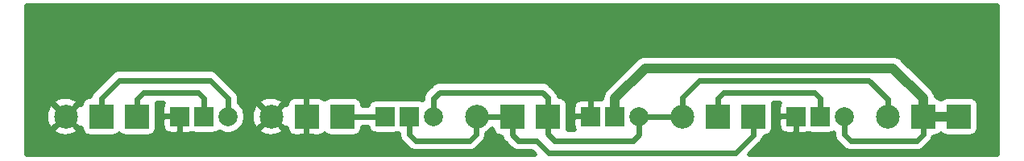
<source format=gbr>
G04 #@! TF.GenerationSoftware,KiCad,Pcbnew,5.1.6-c6e7f7d~87~ubuntu19.10.1*
G04 #@! TF.CreationDate,2022-01-09T17:17:58+06:00*
G04 #@! TF.ProjectId,fuzz_factory_r1d_r1c,66757a7a-5f66-4616-9374-6f72795f7231,MB:1D/PB:1C*
G04 #@! TF.SameCoordinates,Original*
G04 #@! TF.FileFunction,Copper,L2,Bot*
G04 #@! TF.FilePolarity,Positive*
%FSLAX46Y46*%
G04 Gerber Fmt 4.6, Leading zero omitted, Abs format (unit mm)*
G04 Created by KiCad (PCBNEW 5.1.6-c6e7f7d~87~ubuntu19.10.1) date 2022-01-09 17:17:58*
%MOMM*%
%LPD*%
G01*
G04 APERTURE LIST*
G04 #@! TA.AperFunction,ComponentPad*
%ADD10R,2.000000X2.000000*%
G04 #@! TD*
G04 #@! TA.AperFunction,ComponentPad*
%ADD11C,2.000000*%
G04 #@! TD*
G04 #@! TA.AperFunction,ComponentPad*
%ADD12R,2.500000X2.500000*%
G04 #@! TD*
G04 #@! TA.AperFunction,ComponentPad*
%ADD13C,2.500000*%
G04 #@! TD*
G04 #@! TA.AperFunction,Conductor*
%ADD14C,0.600000*%
G04 #@! TD*
G04 #@! TA.AperFunction,Conductor*
%ADD15C,1.000000*%
G04 #@! TD*
G04 #@! TA.AperFunction,Conductor*
%ADD16C,0.500000*%
G04 #@! TD*
G04 APERTURE END LIST*
D10*
X177165000Y-43180000D03*
X179705000Y-43180000D03*
D11*
X182245000Y-43180000D03*
D10*
X155575000Y-43180000D03*
X158115000Y-43180000D03*
D11*
X160655000Y-43180000D03*
D10*
X133985000Y-43180000D03*
X136525000Y-43180000D03*
D11*
X139065000Y-43180000D03*
D10*
X112395000Y-43180000D03*
X114935000Y-43180000D03*
D11*
X117475000Y-43180000D03*
D12*
X194250000Y-43180000D03*
D13*
X186750000Y-43180000D03*
D12*
X190500000Y-43180000D03*
X172660000Y-43180000D03*
D13*
X165160000Y-43180000D03*
D12*
X168910000Y-43180000D03*
X151070000Y-43180000D03*
D13*
X143570000Y-43180000D03*
D12*
X147320000Y-43180000D03*
X129480000Y-43180000D03*
D13*
X121980000Y-43180000D03*
D12*
X125730000Y-43180000D03*
X104140000Y-43180000D03*
D13*
X100390000Y-43180000D03*
D12*
X107890000Y-43180000D03*
D14*
X107890000Y-41335000D02*
X107890000Y-43180000D01*
X108585000Y-40640000D02*
X107890000Y-41335000D01*
X114935000Y-43180000D02*
X114935000Y-41275000D01*
X114300000Y-40640000D02*
X108585000Y-40640000D01*
X114935000Y-41275000D02*
X114300000Y-40640000D01*
X117475000Y-41275000D02*
X117475000Y-43180000D01*
X115570000Y-39370000D02*
X117475000Y-41275000D01*
X104140000Y-43180000D02*
X104140000Y-41275000D01*
X106045000Y-39370000D02*
X115570000Y-39370000D01*
X104140000Y-41275000D02*
X106045000Y-39370000D01*
X129480000Y-43180000D02*
X133985000Y-43180000D01*
X160655000Y-43180000D02*
X165100000Y-43180000D01*
X186750000Y-41335000D02*
X186750000Y-43180000D01*
X167005000Y-39370000D02*
X184785000Y-39370000D01*
X184785000Y-39370000D02*
X186750000Y-41335000D01*
X165160000Y-43180000D02*
X165160000Y-41215000D01*
X165160000Y-41215000D02*
X167005000Y-39370000D01*
X151070000Y-41215000D02*
X151070000Y-43180000D01*
X150495000Y-40640000D02*
X151070000Y-41215000D01*
X139700000Y-40640000D02*
X150495000Y-40640000D01*
X139065000Y-43180000D02*
X139065000Y-41275000D01*
X139065000Y-41275000D02*
X139700000Y-40640000D01*
X151765000Y-45720000D02*
X151070000Y-45025000D01*
X160020000Y-45720000D02*
X151765000Y-45720000D01*
X160655000Y-43180000D02*
X160655000Y-45085000D01*
X151070000Y-45025000D02*
X151070000Y-43180000D01*
X160655000Y-45085000D02*
X160020000Y-45720000D01*
X143570000Y-43180000D02*
X147320000Y-43180000D01*
X136525000Y-43180000D02*
X136525000Y-45085000D01*
X172660000Y-43180000D02*
X172660000Y-45145000D01*
X172660000Y-45145000D02*
X170815000Y-46990000D01*
X151130000Y-46990000D02*
X149860000Y-45720000D01*
X170815000Y-46990000D02*
X151130000Y-46990000D01*
X136525000Y-45085000D02*
X137160000Y-45720000D01*
X147320000Y-45085000D02*
X147955000Y-45720000D01*
X149860000Y-45720000D02*
X147955000Y-45720000D01*
X147320000Y-43180000D02*
X147320000Y-45085000D01*
X143510000Y-45085000D02*
X143510000Y-43180000D01*
X142875000Y-45720000D02*
X143510000Y-45085000D01*
X137160000Y-45720000D02*
X142875000Y-45720000D01*
D15*
X194250000Y-43180000D02*
X190500000Y-43180000D01*
D14*
X189865000Y-45720000D02*
X190500000Y-45085000D01*
X182880000Y-45720000D02*
X189865000Y-45720000D01*
X190500000Y-45085000D02*
X190500000Y-43180000D01*
X182245000Y-43180000D02*
X182245000Y-45085000D01*
X182245000Y-45085000D02*
X182880000Y-45720000D01*
D15*
X187325000Y-38100000D02*
X190500000Y-41275000D01*
X161290000Y-38100000D02*
X187325000Y-38100000D01*
X190500000Y-41275000D02*
X190500000Y-43180000D01*
X158115000Y-43180000D02*
X158115000Y-41275000D01*
X158115000Y-41275000D02*
X161290000Y-38100000D01*
D14*
X179070000Y-40640000D02*
X179705000Y-41275000D01*
X169545000Y-40640000D02*
X179070000Y-40640000D01*
X168910000Y-43180000D02*
X168910000Y-41275000D01*
X179705000Y-41275000D02*
X179705000Y-43180000D01*
X168910000Y-41275000D02*
X169545000Y-40640000D01*
D16*
G36*
X198340001Y-47210000D02*
G01*
X172221344Y-47210000D01*
X173433225Y-45998120D01*
X173477107Y-45962107D01*
X173620816Y-45786997D01*
X173727602Y-45587215D01*
X173793360Y-45370439D01*
X173801863Y-45284112D01*
X173910000Y-45284112D01*
X174076629Y-45267700D01*
X174236855Y-45219097D01*
X174384519Y-45140168D01*
X174513948Y-45033948D01*
X174620168Y-44904519D01*
X174699097Y-44756855D01*
X174747700Y-44596629D01*
X174764112Y-44430000D01*
X174764112Y-44180000D01*
X175310887Y-44180000D01*
X175327299Y-44346629D01*
X175375902Y-44506855D01*
X175454831Y-44654520D01*
X175561051Y-44783949D01*
X175690480Y-44890169D01*
X175838145Y-44969098D01*
X175998371Y-45017701D01*
X176165000Y-45034113D01*
X176902500Y-45030000D01*
X177115000Y-44817500D01*
X177115000Y-43230000D01*
X175527500Y-43230000D01*
X175315000Y-43442500D01*
X175310887Y-44180000D01*
X174764112Y-44180000D01*
X174764112Y-41930000D01*
X174750323Y-41790000D01*
X175409654Y-41790000D01*
X175375902Y-41853145D01*
X175327299Y-42013371D01*
X175310887Y-42180000D01*
X175315000Y-42917500D01*
X175527500Y-43130000D01*
X177115000Y-43130000D01*
X177115000Y-43110000D01*
X177215000Y-43110000D01*
X177215000Y-43130000D01*
X177235000Y-43130000D01*
X177235000Y-43230000D01*
X177215000Y-43230000D01*
X177215000Y-44817500D01*
X177427500Y-45030000D01*
X178165000Y-45034113D01*
X178331629Y-45017701D01*
X178435002Y-44986344D01*
X178538371Y-45017700D01*
X178705000Y-45034112D01*
X180705000Y-45034112D01*
X180871629Y-45017700D01*
X181031855Y-44969097D01*
X181095001Y-44935344D01*
X181095001Y-45028509D01*
X181089437Y-45085000D01*
X181095001Y-45141491D01*
X181095001Y-45141492D01*
X181111641Y-45310439D01*
X181177399Y-45527215D01*
X181284185Y-45726997D01*
X181427894Y-45902107D01*
X181471776Y-45938120D01*
X182026875Y-46493219D01*
X182062893Y-46537107D01*
X182238003Y-46680816D01*
X182337894Y-46734209D01*
X182437784Y-46787602D01*
X182654561Y-46853360D01*
X182880000Y-46875564D01*
X182936492Y-46870000D01*
X189808518Y-46870000D01*
X189865000Y-46875563D01*
X189921482Y-46870000D01*
X189921492Y-46870000D01*
X190090439Y-46853360D01*
X190307215Y-46787602D01*
X190506997Y-46680816D01*
X190682107Y-46537107D01*
X190718125Y-46493219D01*
X191273221Y-45938123D01*
X191317107Y-45902107D01*
X191460816Y-45726997D01*
X191535531Y-45587215D01*
X191567602Y-45527216D01*
X191633360Y-45310439D01*
X191635953Y-45284112D01*
X191750000Y-45284112D01*
X191916629Y-45267700D01*
X192076855Y-45219097D01*
X192224519Y-45140168D01*
X192353948Y-45033948D01*
X192375000Y-45008296D01*
X192396052Y-45033948D01*
X192525481Y-45140168D01*
X192673145Y-45219097D01*
X192833371Y-45267700D01*
X193000000Y-45284112D01*
X195500000Y-45284112D01*
X195666629Y-45267700D01*
X195826855Y-45219097D01*
X195974519Y-45140168D01*
X196103948Y-45033948D01*
X196210168Y-44904519D01*
X196289097Y-44756855D01*
X196337700Y-44596629D01*
X196354112Y-44430000D01*
X196354112Y-41930000D01*
X196337700Y-41763371D01*
X196289097Y-41603145D01*
X196210168Y-41455481D01*
X196103948Y-41326052D01*
X195974519Y-41219832D01*
X195826855Y-41140903D01*
X195666629Y-41092300D01*
X195500000Y-41075888D01*
X193000000Y-41075888D01*
X192833371Y-41092300D01*
X192673145Y-41140903D01*
X192525481Y-41219832D01*
X192396052Y-41326052D01*
X192375000Y-41351704D01*
X192353948Y-41326052D01*
X192224519Y-41219832D01*
X192076855Y-41140903D01*
X191916629Y-41092300D01*
X191837773Y-41084533D01*
X191830467Y-41010354D01*
X191753272Y-40755878D01*
X191655524Y-40573003D01*
X191627915Y-40521350D01*
X191501490Y-40367301D01*
X191501483Y-40367294D01*
X191459212Y-40315787D01*
X191407707Y-40273518D01*
X188326491Y-37192303D01*
X188284213Y-37140787D01*
X188078649Y-36972085D01*
X187844122Y-36846728D01*
X187589646Y-36769533D01*
X187391321Y-36750000D01*
X187391319Y-36750000D01*
X187325000Y-36743468D01*
X187258681Y-36750000D01*
X161356310Y-36750000D01*
X161289999Y-36743469D01*
X161223688Y-36750000D01*
X161223679Y-36750000D01*
X161025354Y-36769533D01*
X160770878Y-36846728D01*
X160661707Y-36905081D01*
X160536350Y-36972085D01*
X160382301Y-37098510D01*
X160382298Y-37098513D01*
X160330787Y-37140787D01*
X160288513Y-37192298D01*
X157207299Y-40273513D01*
X157155788Y-40315787D01*
X157113514Y-40367298D01*
X157113510Y-40367302D01*
X156987085Y-40521351D01*
X156861729Y-40755878D01*
X156784534Y-41010354D01*
X156758468Y-41275000D01*
X156765001Y-41341328D01*
X156765001Y-41349389D01*
X156741629Y-41342299D01*
X156575000Y-41325887D01*
X155837500Y-41330000D01*
X155625000Y-41542500D01*
X155625000Y-43130000D01*
X155645000Y-43130000D01*
X155645000Y-43230000D01*
X155625000Y-43230000D01*
X155625000Y-43250000D01*
X155525000Y-43250000D01*
X155525000Y-43230000D01*
X153937500Y-43230000D01*
X153725000Y-43442500D01*
X153720887Y-44180000D01*
X153737299Y-44346629D01*
X153785902Y-44506855D01*
X153819654Y-44570000D01*
X153160323Y-44570000D01*
X153174112Y-44430000D01*
X153174112Y-42180000D01*
X153720887Y-42180000D01*
X153725000Y-42917500D01*
X153937500Y-43130000D01*
X155525000Y-43130000D01*
X155525000Y-41542500D01*
X155312500Y-41330000D01*
X154575000Y-41325887D01*
X154408371Y-41342299D01*
X154248145Y-41390902D01*
X154100480Y-41469831D01*
X153971051Y-41576051D01*
X153864831Y-41705480D01*
X153785902Y-41853145D01*
X153737299Y-42013371D01*
X153720887Y-42180000D01*
X153174112Y-42180000D01*
X153174112Y-41930000D01*
X153157700Y-41763371D01*
X153109097Y-41603145D01*
X153030168Y-41455481D01*
X152923948Y-41326052D01*
X152794519Y-41219832D01*
X152646855Y-41140903D01*
X152486629Y-41092300D01*
X152320000Y-41075888D01*
X152211863Y-41075888D01*
X152203360Y-40989561D01*
X152137602Y-40772785D01*
X152030816Y-40573003D01*
X151887107Y-40397893D01*
X151843221Y-40361877D01*
X151348125Y-39866781D01*
X151312107Y-39822893D01*
X151136997Y-39679184D01*
X150937215Y-39572398D01*
X150720439Y-39506640D01*
X150551492Y-39490000D01*
X150551482Y-39490000D01*
X150495000Y-39484437D01*
X150438518Y-39490000D01*
X139756492Y-39490000D01*
X139700000Y-39484436D01*
X139474561Y-39506640D01*
X139257784Y-39572398D01*
X139157894Y-39625791D01*
X139058003Y-39679184D01*
X138882893Y-39822893D01*
X138846875Y-39866781D01*
X138291776Y-40421880D01*
X138247894Y-40457893D01*
X138195815Y-40521352D01*
X138104185Y-40633003D01*
X137997399Y-40832785D01*
X137931641Y-41049561D01*
X137909437Y-41275000D01*
X137915001Y-41331491D01*
X137915001Y-41424656D01*
X137851855Y-41390903D01*
X137691629Y-41342300D01*
X137525000Y-41325888D01*
X135525000Y-41325888D01*
X135358371Y-41342300D01*
X135255000Y-41373657D01*
X135151629Y-41342300D01*
X134985000Y-41325888D01*
X132985000Y-41325888D01*
X132818371Y-41342300D01*
X132658145Y-41390903D01*
X132510481Y-41469832D01*
X132381052Y-41576052D01*
X132274832Y-41705481D01*
X132195903Y-41853145D01*
X132147300Y-42013371D01*
X132145662Y-42030000D01*
X131584112Y-42030000D01*
X131584112Y-41930000D01*
X131567700Y-41763371D01*
X131519097Y-41603145D01*
X131440168Y-41455481D01*
X131333948Y-41326052D01*
X131204519Y-41219832D01*
X131056855Y-41140903D01*
X130896629Y-41092300D01*
X130730000Y-41075888D01*
X128230000Y-41075888D01*
X128063371Y-41092300D01*
X127903145Y-41140903D01*
X127755481Y-41219832D01*
X127626052Y-41326052D01*
X127605001Y-41351703D01*
X127583949Y-41326051D01*
X127454520Y-41219831D01*
X127306855Y-41140902D01*
X127146629Y-41092299D01*
X126980000Y-41075887D01*
X125992500Y-41080000D01*
X125780000Y-41292500D01*
X125780000Y-43130000D01*
X125800000Y-43130000D01*
X125800000Y-43230000D01*
X125780000Y-43230000D01*
X125780000Y-45067500D01*
X125992500Y-45280000D01*
X126980000Y-45284113D01*
X127146629Y-45267701D01*
X127306855Y-45219098D01*
X127454520Y-45140169D01*
X127583949Y-45033949D01*
X127605001Y-45008297D01*
X127626052Y-45033948D01*
X127755481Y-45140168D01*
X127903145Y-45219097D01*
X128063371Y-45267700D01*
X128230000Y-45284112D01*
X130730000Y-45284112D01*
X130896629Y-45267700D01*
X131056855Y-45219097D01*
X131204519Y-45140168D01*
X131333948Y-45033948D01*
X131440168Y-44904519D01*
X131519097Y-44756855D01*
X131567700Y-44596629D01*
X131584112Y-44430000D01*
X131584112Y-44330000D01*
X132145662Y-44330000D01*
X132147300Y-44346629D01*
X132195903Y-44506855D01*
X132274832Y-44654519D01*
X132381052Y-44783948D01*
X132510481Y-44890168D01*
X132658145Y-44969097D01*
X132818371Y-45017700D01*
X132985000Y-45034112D01*
X134985000Y-45034112D01*
X135151629Y-45017700D01*
X135255000Y-44986343D01*
X135358371Y-45017700D01*
X135375001Y-45019338D01*
X135375001Y-45028509D01*
X135369437Y-45085000D01*
X135375001Y-45141491D01*
X135375001Y-45141492D01*
X135391641Y-45310439D01*
X135457399Y-45527215D01*
X135564185Y-45726997D01*
X135707894Y-45902107D01*
X135751776Y-45938120D01*
X136306875Y-46493219D01*
X136342893Y-46537107D01*
X136518003Y-46680816D01*
X136617894Y-46734209D01*
X136717784Y-46787602D01*
X136934561Y-46853360D01*
X137160000Y-46875564D01*
X137216492Y-46870000D01*
X142818518Y-46870000D01*
X142875000Y-46875563D01*
X142931482Y-46870000D01*
X142931492Y-46870000D01*
X143100439Y-46853360D01*
X143317215Y-46787602D01*
X143516997Y-46680816D01*
X143692107Y-46537107D01*
X143728125Y-46493219D01*
X144283221Y-45938123D01*
X144327107Y-45902107D01*
X144470816Y-45726997D01*
X144545531Y-45587215D01*
X144577602Y-45527216D01*
X144643360Y-45310439D01*
X144665564Y-45085000D01*
X144660000Y-45028508D01*
X144660000Y-44977334D01*
X144908672Y-44811177D01*
X145201177Y-44518672D01*
X145221610Y-44488092D01*
X145232300Y-44596629D01*
X145280903Y-44756855D01*
X145359832Y-44904519D01*
X145466052Y-45033948D01*
X145595481Y-45140168D01*
X145743145Y-45219097D01*
X145903371Y-45267700D01*
X146070000Y-45284112D01*
X146184048Y-45284112D01*
X146186641Y-45310439D01*
X146252399Y-45527215D01*
X146359185Y-45726997D01*
X146502894Y-45902107D01*
X146546776Y-45938120D01*
X147101875Y-46493219D01*
X147137893Y-46537107D01*
X147313003Y-46680816D01*
X147412894Y-46734209D01*
X147512784Y-46787602D01*
X147729561Y-46853360D01*
X147955000Y-46875564D01*
X148011492Y-46870000D01*
X149383655Y-46870000D01*
X149723655Y-47210000D01*
X96300000Y-47210000D01*
X96300000Y-44556738D01*
X99083972Y-44556738D01*
X99190477Y-44916067D01*
X99552216Y-45116724D01*
X99946150Y-45242954D01*
X100357140Y-45289906D01*
X100769393Y-45255775D01*
X101167067Y-45141873D01*
X101534878Y-44952578D01*
X101589523Y-44916067D01*
X101696028Y-44556738D01*
X100390000Y-43250711D01*
X99083972Y-44556738D01*
X96300000Y-44556738D01*
X96300000Y-43147140D01*
X98280094Y-43147140D01*
X98314225Y-43559393D01*
X98428127Y-43957067D01*
X98617422Y-44324878D01*
X98653933Y-44379523D01*
X99013262Y-44486028D01*
X100319289Y-43180000D01*
X100460711Y-43180000D01*
X101766738Y-44486028D01*
X102035888Y-44406252D01*
X102035888Y-44430000D01*
X102052300Y-44596629D01*
X102100903Y-44756855D01*
X102179832Y-44904519D01*
X102286052Y-45033948D01*
X102415481Y-45140168D01*
X102563145Y-45219097D01*
X102723371Y-45267700D01*
X102890000Y-45284112D01*
X105390000Y-45284112D01*
X105556629Y-45267700D01*
X105716855Y-45219097D01*
X105864519Y-45140168D01*
X105993948Y-45033948D01*
X106015000Y-45008296D01*
X106036052Y-45033948D01*
X106165481Y-45140168D01*
X106313145Y-45219097D01*
X106473371Y-45267700D01*
X106640000Y-45284112D01*
X109140000Y-45284112D01*
X109306629Y-45267700D01*
X109466855Y-45219097D01*
X109614519Y-45140168D01*
X109743948Y-45033948D01*
X109850168Y-44904519D01*
X109929097Y-44756855D01*
X109977700Y-44596629D01*
X109994112Y-44430000D01*
X109994112Y-44180000D01*
X110540887Y-44180000D01*
X110557299Y-44346629D01*
X110605902Y-44506855D01*
X110684831Y-44654520D01*
X110791051Y-44783949D01*
X110920480Y-44890169D01*
X111068145Y-44969098D01*
X111228371Y-45017701D01*
X111395000Y-45034113D01*
X112132500Y-45030000D01*
X112345000Y-44817500D01*
X112345000Y-43230000D01*
X110757500Y-43230000D01*
X110545000Y-43442500D01*
X110540887Y-44180000D01*
X109994112Y-44180000D01*
X109994112Y-41930000D01*
X109980323Y-41790000D01*
X110639654Y-41790000D01*
X110605902Y-41853145D01*
X110557299Y-42013371D01*
X110540887Y-42180000D01*
X110545000Y-42917500D01*
X110757500Y-43130000D01*
X112345000Y-43130000D01*
X112345000Y-43110000D01*
X112445000Y-43110000D01*
X112445000Y-43130000D01*
X112465000Y-43130000D01*
X112465000Y-43230000D01*
X112445000Y-43230000D01*
X112445000Y-44817500D01*
X112657500Y-45030000D01*
X113395000Y-45034113D01*
X113561629Y-45017701D01*
X113665002Y-44986344D01*
X113768371Y-45017700D01*
X113935000Y-45034112D01*
X115935000Y-45034112D01*
X116101629Y-45017700D01*
X116261855Y-44969097D01*
X116409519Y-44890168D01*
X116538948Y-44783948D01*
X116541292Y-44781092D01*
X116598697Y-44819448D01*
X116935375Y-44958905D01*
X117292791Y-45030000D01*
X117657209Y-45030000D01*
X118014625Y-44958905D01*
X118351303Y-44819448D01*
X118654306Y-44616989D01*
X118714557Y-44556738D01*
X120673972Y-44556738D01*
X120780477Y-44916067D01*
X121142216Y-45116724D01*
X121536150Y-45242954D01*
X121947140Y-45289906D01*
X122359393Y-45255775D01*
X122757067Y-45141873D01*
X123124878Y-44952578D01*
X123179523Y-44916067D01*
X123286028Y-44556738D01*
X121980000Y-43250711D01*
X120673972Y-44556738D01*
X118714557Y-44556738D01*
X118911989Y-44359306D01*
X119114448Y-44056303D01*
X119253905Y-43719625D01*
X119325000Y-43362209D01*
X119325000Y-43147140D01*
X119870094Y-43147140D01*
X119904225Y-43559393D01*
X120018127Y-43957067D01*
X120207422Y-44324878D01*
X120243933Y-44379523D01*
X120603262Y-44486028D01*
X121909289Y-43180000D01*
X122050711Y-43180000D01*
X123356738Y-44486028D01*
X123625986Y-44406223D01*
X123625887Y-44430000D01*
X123642299Y-44596629D01*
X123690902Y-44756855D01*
X123769831Y-44904520D01*
X123876051Y-45033949D01*
X124005480Y-45140169D01*
X124153145Y-45219098D01*
X124313371Y-45267701D01*
X124480000Y-45284113D01*
X125467500Y-45280000D01*
X125680000Y-45067500D01*
X125680000Y-43230000D01*
X125660000Y-43230000D01*
X125660000Y-43130000D01*
X125680000Y-43130000D01*
X125680000Y-41292500D01*
X125467500Y-41080000D01*
X124480000Y-41075887D01*
X124313371Y-41092299D01*
X124153145Y-41140902D01*
X124005480Y-41219831D01*
X123876051Y-41326051D01*
X123769831Y-41455480D01*
X123690902Y-41603145D01*
X123642299Y-41763371D01*
X123625887Y-41930000D01*
X123625986Y-41953777D01*
X123356738Y-41873972D01*
X122050711Y-43180000D01*
X121909289Y-43180000D01*
X120603262Y-41873972D01*
X120243933Y-41980477D01*
X120043276Y-42342216D01*
X119917046Y-42736150D01*
X119870094Y-43147140D01*
X119325000Y-43147140D01*
X119325000Y-42997791D01*
X119253905Y-42640375D01*
X119114448Y-42303697D01*
X118911989Y-42000694D01*
X118714557Y-41803262D01*
X120673972Y-41803262D01*
X121980000Y-43109289D01*
X123286028Y-41803262D01*
X123179523Y-41443933D01*
X122817784Y-41243276D01*
X122423850Y-41117046D01*
X122012860Y-41070094D01*
X121600607Y-41104225D01*
X121202933Y-41218127D01*
X120835122Y-41407422D01*
X120780477Y-41443933D01*
X120673972Y-41803262D01*
X118714557Y-41803262D01*
X118654306Y-41743011D01*
X118625000Y-41723429D01*
X118625000Y-41331484D01*
X118630563Y-41275000D01*
X118625000Y-41218516D01*
X118625000Y-41218508D01*
X118608360Y-41049561D01*
X118542602Y-40832785D01*
X118435816Y-40633003D01*
X118292107Y-40457893D01*
X118248226Y-40421881D01*
X116423124Y-38596780D01*
X116387107Y-38552893D01*
X116211997Y-38409184D01*
X116012215Y-38302398D01*
X115795439Y-38236640D01*
X115626492Y-38220000D01*
X115626482Y-38220000D01*
X115570000Y-38214437D01*
X115513518Y-38220000D01*
X106101484Y-38220000D01*
X106045000Y-38214437D01*
X105988516Y-38220000D01*
X105988508Y-38220000D01*
X105819561Y-38236640D01*
X105602785Y-38302398D01*
X105403003Y-38409184D01*
X105227893Y-38552893D01*
X105191880Y-38596775D01*
X103366776Y-40421880D01*
X103322894Y-40457893D01*
X103270815Y-40521352D01*
X103179185Y-40633003D01*
X103072399Y-40832785D01*
X103006641Y-41049561D01*
X103004048Y-41075888D01*
X102890000Y-41075888D01*
X102723371Y-41092300D01*
X102563145Y-41140903D01*
X102415481Y-41219832D01*
X102286052Y-41326052D01*
X102179832Y-41455481D01*
X102100903Y-41603145D01*
X102052300Y-41763371D01*
X102035888Y-41930000D01*
X102035888Y-41953748D01*
X101766738Y-41873972D01*
X100460711Y-43180000D01*
X100319289Y-43180000D01*
X99013262Y-41873972D01*
X98653933Y-41980477D01*
X98453276Y-42342216D01*
X98327046Y-42736150D01*
X98280094Y-43147140D01*
X96300000Y-43147140D01*
X96300000Y-41803262D01*
X99083972Y-41803262D01*
X100390000Y-43109289D01*
X101696028Y-41803262D01*
X101589523Y-41443933D01*
X101227784Y-41243276D01*
X100833850Y-41117046D01*
X100422860Y-41070094D01*
X100010607Y-41104225D01*
X99612933Y-41218127D01*
X99245122Y-41407422D01*
X99190477Y-41443933D01*
X99083972Y-41803262D01*
X96300000Y-41803262D01*
X96300000Y-31530000D01*
X198340000Y-31530000D01*
X198340001Y-47210000D01*
G37*
X198340001Y-47210000D02*
X172221344Y-47210000D01*
X173433225Y-45998120D01*
X173477107Y-45962107D01*
X173620816Y-45786997D01*
X173727602Y-45587215D01*
X173793360Y-45370439D01*
X173801863Y-45284112D01*
X173910000Y-45284112D01*
X174076629Y-45267700D01*
X174236855Y-45219097D01*
X174384519Y-45140168D01*
X174513948Y-45033948D01*
X174620168Y-44904519D01*
X174699097Y-44756855D01*
X174747700Y-44596629D01*
X174764112Y-44430000D01*
X174764112Y-44180000D01*
X175310887Y-44180000D01*
X175327299Y-44346629D01*
X175375902Y-44506855D01*
X175454831Y-44654520D01*
X175561051Y-44783949D01*
X175690480Y-44890169D01*
X175838145Y-44969098D01*
X175998371Y-45017701D01*
X176165000Y-45034113D01*
X176902500Y-45030000D01*
X177115000Y-44817500D01*
X177115000Y-43230000D01*
X175527500Y-43230000D01*
X175315000Y-43442500D01*
X175310887Y-44180000D01*
X174764112Y-44180000D01*
X174764112Y-41930000D01*
X174750323Y-41790000D01*
X175409654Y-41790000D01*
X175375902Y-41853145D01*
X175327299Y-42013371D01*
X175310887Y-42180000D01*
X175315000Y-42917500D01*
X175527500Y-43130000D01*
X177115000Y-43130000D01*
X177115000Y-43110000D01*
X177215000Y-43110000D01*
X177215000Y-43130000D01*
X177235000Y-43130000D01*
X177235000Y-43230000D01*
X177215000Y-43230000D01*
X177215000Y-44817500D01*
X177427500Y-45030000D01*
X178165000Y-45034113D01*
X178331629Y-45017701D01*
X178435002Y-44986344D01*
X178538371Y-45017700D01*
X178705000Y-45034112D01*
X180705000Y-45034112D01*
X180871629Y-45017700D01*
X181031855Y-44969097D01*
X181095001Y-44935344D01*
X181095001Y-45028509D01*
X181089437Y-45085000D01*
X181095001Y-45141491D01*
X181095001Y-45141492D01*
X181111641Y-45310439D01*
X181177399Y-45527215D01*
X181284185Y-45726997D01*
X181427894Y-45902107D01*
X181471776Y-45938120D01*
X182026875Y-46493219D01*
X182062893Y-46537107D01*
X182238003Y-46680816D01*
X182337894Y-46734209D01*
X182437784Y-46787602D01*
X182654561Y-46853360D01*
X182880000Y-46875564D01*
X182936492Y-46870000D01*
X189808518Y-46870000D01*
X189865000Y-46875563D01*
X189921482Y-46870000D01*
X189921492Y-46870000D01*
X190090439Y-46853360D01*
X190307215Y-46787602D01*
X190506997Y-46680816D01*
X190682107Y-46537107D01*
X190718125Y-46493219D01*
X191273221Y-45938123D01*
X191317107Y-45902107D01*
X191460816Y-45726997D01*
X191535531Y-45587215D01*
X191567602Y-45527216D01*
X191633360Y-45310439D01*
X191635953Y-45284112D01*
X191750000Y-45284112D01*
X191916629Y-45267700D01*
X192076855Y-45219097D01*
X192224519Y-45140168D01*
X192353948Y-45033948D01*
X192375000Y-45008296D01*
X192396052Y-45033948D01*
X192525481Y-45140168D01*
X192673145Y-45219097D01*
X192833371Y-45267700D01*
X193000000Y-45284112D01*
X195500000Y-45284112D01*
X195666629Y-45267700D01*
X195826855Y-45219097D01*
X195974519Y-45140168D01*
X196103948Y-45033948D01*
X196210168Y-44904519D01*
X196289097Y-44756855D01*
X196337700Y-44596629D01*
X196354112Y-44430000D01*
X196354112Y-41930000D01*
X196337700Y-41763371D01*
X196289097Y-41603145D01*
X196210168Y-41455481D01*
X196103948Y-41326052D01*
X195974519Y-41219832D01*
X195826855Y-41140903D01*
X195666629Y-41092300D01*
X195500000Y-41075888D01*
X193000000Y-41075888D01*
X192833371Y-41092300D01*
X192673145Y-41140903D01*
X192525481Y-41219832D01*
X192396052Y-41326052D01*
X192375000Y-41351704D01*
X192353948Y-41326052D01*
X192224519Y-41219832D01*
X192076855Y-41140903D01*
X191916629Y-41092300D01*
X191837773Y-41084533D01*
X191830467Y-41010354D01*
X191753272Y-40755878D01*
X191655524Y-40573003D01*
X191627915Y-40521350D01*
X191501490Y-40367301D01*
X191501483Y-40367294D01*
X191459212Y-40315787D01*
X191407707Y-40273518D01*
X188326491Y-37192303D01*
X188284213Y-37140787D01*
X188078649Y-36972085D01*
X187844122Y-36846728D01*
X187589646Y-36769533D01*
X187391321Y-36750000D01*
X187391319Y-36750000D01*
X187325000Y-36743468D01*
X187258681Y-36750000D01*
X161356310Y-36750000D01*
X161289999Y-36743469D01*
X161223688Y-36750000D01*
X161223679Y-36750000D01*
X161025354Y-36769533D01*
X160770878Y-36846728D01*
X160661707Y-36905081D01*
X160536350Y-36972085D01*
X160382301Y-37098510D01*
X160382298Y-37098513D01*
X160330787Y-37140787D01*
X160288513Y-37192298D01*
X157207299Y-40273513D01*
X157155788Y-40315787D01*
X157113514Y-40367298D01*
X157113510Y-40367302D01*
X156987085Y-40521351D01*
X156861729Y-40755878D01*
X156784534Y-41010354D01*
X156758468Y-41275000D01*
X156765001Y-41341328D01*
X156765001Y-41349389D01*
X156741629Y-41342299D01*
X156575000Y-41325887D01*
X155837500Y-41330000D01*
X155625000Y-41542500D01*
X155625000Y-43130000D01*
X155645000Y-43130000D01*
X155645000Y-43230000D01*
X155625000Y-43230000D01*
X155625000Y-43250000D01*
X155525000Y-43250000D01*
X155525000Y-43230000D01*
X153937500Y-43230000D01*
X153725000Y-43442500D01*
X153720887Y-44180000D01*
X153737299Y-44346629D01*
X153785902Y-44506855D01*
X153819654Y-44570000D01*
X153160323Y-44570000D01*
X153174112Y-44430000D01*
X153174112Y-42180000D01*
X153720887Y-42180000D01*
X153725000Y-42917500D01*
X153937500Y-43130000D01*
X155525000Y-43130000D01*
X155525000Y-41542500D01*
X155312500Y-41330000D01*
X154575000Y-41325887D01*
X154408371Y-41342299D01*
X154248145Y-41390902D01*
X154100480Y-41469831D01*
X153971051Y-41576051D01*
X153864831Y-41705480D01*
X153785902Y-41853145D01*
X153737299Y-42013371D01*
X153720887Y-42180000D01*
X153174112Y-42180000D01*
X153174112Y-41930000D01*
X153157700Y-41763371D01*
X153109097Y-41603145D01*
X153030168Y-41455481D01*
X152923948Y-41326052D01*
X152794519Y-41219832D01*
X152646855Y-41140903D01*
X152486629Y-41092300D01*
X152320000Y-41075888D01*
X152211863Y-41075888D01*
X152203360Y-40989561D01*
X152137602Y-40772785D01*
X152030816Y-40573003D01*
X151887107Y-40397893D01*
X151843221Y-40361877D01*
X151348125Y-39866781D01*
X151312107Y-39822893D01*
X151136997Y-39679184D01*
X150937215Y-39572398D01*
X150720439Y-39506640D01*
X150551492Y-39490000D01*
X150551482Y-39490000D01*
X150495000Y-39484437D01*
X150438518Y-39490000D01*
X139756492Y-39490000D01*
X139700000Y-39484436D01*
X139474561Y-39506640D01*
X139257784Y-39572398D01*
X139157894Y-39625791D01*
X139058003Y-39679184D01*
X138882893Y-39822893D01*
X138846875Y-39866781D01*
X138291776Y-40421880D01*
X138247894Y-40457893D01*
X138195815Y-40521352D01*
X138104185Y-40633003D01*
X137997399Y-40832785D01*
X137931641Y-41049561D01*
X137909437Y-41275000D01*
X137915001Y-41331491D01*
X137915001Y-41424656D01*
X137851855Y-41390903D01*
X137691629Y-41342300D01*
X137525000Y-41325888D01*
X135525000Y-41325888D01*
X135358371Y-41342300D01*
X135255000Y-41373657D01*
X135151629Y-41342300D01*
X134985000Y-41325888D01*
X132985000Y-41325888D01*
X132818371Y-41342300D01*
X132658145Y-41390903D01*
X132510481Y-41469832D01*
X132381052Y-41576052D01*
X132274832Y-41705481D01*
X132195903Y-41853145D01*
X132147300Y-42013371D01*
X132145662Y-42030000D01*
X131584112Y-42030000D01*
X131584112Y-41930000D01*
X131567700Y-41763371D01*
X131519097Y-41603145D01*
X131440168Y-41455481D01*
X131333948Y-41326052D01*
X131204519Y-41219832D01*
X131056855Y-41140903D01*
X130896629Y-41092300D01*
X130730000Y-41075888D01*
X128230000Y-41075888D01*
X128063371Y-41092300D01*
X127903145Y-41140903D01*
X127755481Y-41219832D01*
X127626052Y-41326052D01*
X127605001Y-41351703D01*
X127583949Y-41326051D01*
X127454520Y-41219831D01*
X127306855Y-41140902D01*
X127146629Y-41092299D01*
X126980000Y-41075887D01*
X125992500Y-41080000D01*
X125780000Y-41292500D01*
X125780000Y-43130000D01*
X125800000Y-43130000D01*
X125800000Y-43230000D01*
X125780000Y-43230000D01*
X125780000Y-45067500D01*
X125992500Y-45280000D01*
X126980000Y-45284113D01*
X127146629Y-45267701D01*
X127306855Y-45219098D01*
X127454520Y-45140169D01*
X127583949Y-45033949D01*
X127605001Y-45008297D01*
X127626052Y-45033948D01*
X127755481Y-45140168D01*
X127903145Y-45219097D01*
X128063371Y-45267700D01*
X128230000Y-45284112D01*
X130730000Y-45284112D01*
X130896629Y-45267700D01*
X131056855Y-45219097D01*
X131204519Y-45140168D01*
X131333948Y-45033948D01*
X131440168Y-44904519D01*
X131519097Y-44756855D01*
X131567700Y-44596629D01*
X131584112Y-44430000D01*
X131584112Y-44330000D01*
X132145662Y-44330000D01*
X132147300Y-44346629D01*
X132195903Y-44506855D01*
X132274832Y-44654519D01*
X132381052Y-44783948D01*
X132510481Y-44890168D01*
X132658145Y-44969097D01*
X132818371Y-45017700D01*
X132985000Y-45034112D01*
X134985000Y-45034112D01*
X135151629Y-45017700D01*
X135255000Y-44986343D01*
X135358371Y-45017700D01*
X135375001Y-45019338D01*
X135375001Y-45028509D01*
X135369437Y-45085000D01*
X135375001Y-45141491D01*
X135375001Y-45141492D01*
X135391641Y-45310439D01*
X135457399Y-45527215D01*
X135564185Y-45726997D01*
X135707894Y-45902107D01*
X135751776Y-45938120D01*
X136306875Y-46493219D01*
X136342893Y-46537107D01*
X136518003Y-46680816D01*
X136617894Y-46734209D01*
X136717784Y-46787602D01*
X136934561Y-46853360D01*
X137160000Y-46875564D01*
X137216492Y-46870000D01*
X142818518Y-46870000D01*
X142875000Y-46875563D01*
X142931482Y-46870000D01*
X142931492Y-46870000D01*
X143100439Y-46853360D01*
X143317215Y-46787602D01*
X143516997Y-46680816D01*
X143692107Y-46537107D01*
X143728125Y-46493219D01*
X144283221Y-45938123D01*
X144327107Y-45902107D01*
X144470816Y-45726997D01*
X144545531Y-45587215D01*
X144577602Y-45527216D01*
X144643360Y-45310439D01*
X144665564Y-45085000D01*
X144660000Y-45028508D01*
X144660000Y-44977334D01*
X144908672Y-44811177D01*
X145201177Y-44518672D01*
X145221610Y-44488092D01*
X145232300Y-44596629D01*
X145280903Y-44756855D01*
X145359832Y-44904519D01*
X145466052Y-45033948D01*
X145595481Y-45140168D01*
X145743145Y-45219097D01*
X145903371Y-45267700D01*
X146070000Y-45284112D01*
X146184048Y-45284112D01*
X146186641Y-45310439D01*
X146252399Y-45527215D01*
X146359185Y-45726997D01*
X146502894Y-45902107D01*
X146546776Y-45938120D01*
X147101875Y-46493219D01*
X147137893Y-46537107D01*
X147313003Y-46680816D01*
X147412894Y-46734209D01*
X147512784Y-46787602D01*
X147729561Y-46853360D01*
X147955000Y-46875564D01*
X148011492Y-46870000D01*
X149383655Y-46870000D01*
X149723655Y-47210000D01*
X96300000Y-47210000D01*
X96300000Y-44556738D01*
X99083972Y-44556738D01*
X99190477Y-44916067D01*
X99552216Y-45116724D01*
X99946150Y-45242954D01*
X100357140Y-45289906D01*
X100769393Y-45255775D01*
X101167067Y-45141873D01*
X101534878Y-44952578D01*
X101589523Y-44916067D01*
X101696028Y-44556738D01*
X100390000Y-43250711D01*
X99083972Y-44556738D01*
X96300000Y-44556738D01*
X96300000Y-43147140D01*
X98280094Y-43147140D01*
X98314225Y-43559393D01*
X98428127Y-43957067D01*
X98617422Y-44324878D01*
X98653933Y-44379523D01*
X99013262Y-44486028D01*
X100319289Y-43180000D01*
X100460711Y-43180000D01*
X101766738Y-44486028D01*
X102035888Y-44406252D01*
X102035888Y-44430000D01*
X102052300Y-44596629D01*
X102100903Y-44756855D01*
X102179832Y-44904519D01*
X102286052Y-45033948D01*
X102415481Y-45140168D01*
X102563145Y-45219097D01*
X102723371Y-45267700D01*
X102890000Y-45284112D01*
X105390000Y-45284112D01*
X105556629Y-45267700D01*
X105716855Y-45219097D01*
X105864519Y-45140168D01*
X105993948Y-45033948D01*
X106015000Y-45008296D01*
X106036052Y-45033948D01*
X106165481Y-45140168D01*
X106313145Y-45219097D01*
X106473371Y-45267700D01*
X106640000Y-45284112D01*
X109140000Y-45284112D01*
X109306629Y-45267700D01*
X109466855Y-45219097D01*
X109614519Y-45140168D01*
X109743948Y-45033948D01*
X109850168Y-44904519D01*
X109929097Y-44756855D01*
X109977700Y-44596629D01*
X109994112Y-44430000D01*
X109994112Y-44180000D01*
X110540887Y-44180000D01*
X110557299Y-44346629D01*
X110605902Y-44506855D01*
X110684831Y-44654520D01*
X110791051Y-44783949D01*
X110920480Y-44890169D01*
X111068145Y-44969098D01*
X111228371Y-45017701D01*
X111395000Y-45034113D01*
X112132500Y-45030000D01*
X112345000Y-44817500D01*
X112345000Y-43230000D01*
X110757500Y-43230000D01*
X110545000Y-43442500D01*
X110540887Y-44180000D01*
X109994112Y-44180000D01*
X109994112Y-41930000D01*
X109980323Y-41790000D01*
X110639654Y-41790000D01*
X110605902Y-41853145D01*
X110557299Y-42013371D01*
X110540887Y-42180000D01*
X110545000Y-42917500D01*
X110757500Y-43130000D01*
X112345000Y-43130000D01*
X112345000Y-43110000D01*
X112445000Y-43110000D01*
X112445000Y-43130000D01*
X112465000Y-43130000D01*
X112465000Y-43230000D01*
X112445000Y-43230000D01*
X112445000Y-44817500D01*
X112657500Y-45030000D01*
X113395000Y-45034113D01*
X113561629Y-45017701D01*
X113665002Y-44986344D01*
X113768371Y-45017700D01*
X113935000Y-45034112D01*
X115935000Y-45034112D01*
X116101629Y-45017700D01*
X116261855Y-44969097D01*
X116409519Y-44890168D01*
X116538948Y-44783948D01*
X116541292Y-44781092D01*
X116598697Y-44819448D01*
X116935375Y-44958905D01*
X117292791Y-45030000D01*
X117657209Y-45030000D01*
X118014625Y-44958905D01*
X118351303Y-44819448D01*
X118654306Y-44616989D01*
X118714557Y-44556738D01*
X120673972Y-44556738D01*
X120780477Y-44916067D01*
X121142216Y-45116724D01*
X121536150Y-45242954D01*
X121947140Y-45289906D01*
X122359393Y-45255775D01*
X122757067Y-45141873D01*
X123124878Y-44952578D01*
X123179523Y-44916067D01*
X123286028Y-44556738D01*
X121980000Y-43250711D01*
X120673972Y-44556738D01*
X118714557Y-44556738D01*
X118911989Y-44359306D01*
X119114448Y-44056303D01*
X119253905Y-43719625D01*
X119325000Y-43362209D01*
X119325000Y-43147140D01*
X119870094Y-43147140D01*
X119904225Y-43559393D01*
X120018127Y-43957067D01*
X120207422Y-44324878D01*
X120243933Y-44379523D01*
X120603262Y-44486028D01*
X121909289Y-43180000D01*
X122050711Y-43180000D01*
X123356738Y-44486028D01*
X123625986Y-44406223D01*
X123625887Y-44430000D01*
X123642299Y-44596629D01*
X123690902Y-44756855D01*
X123769831Y-44904520D01*
X123876051Y-45033949D01*
X124005480Y-45140169D01*
X124153145Y-45219098D01*
X124313371Y-45267701D01*
X124480000Y-45284113D01*
X125467500Y-45280000D01*
X125680000Y-45067500D01*
X125680000Y-43230000D01*
X125660000Y-43230000D01*
X125660000Y-43130000D01*
X125680000Y-43130000D01*
X125680000Y-41292500D01*
X125467500Y-41080000D01*
X124480000Y-41075887D01*
X124313371Y-41092299D01*
X124153145Y-41140902D01*
X124005480Y-41219831D01*
X123876051Y-41326051D01*
X123769831Y-41455480D01*
X123690902Y-41603145D01*
X123642299Y-41763371D01*
X123625887Y-41930000D01*
X123625986Y-41953777D01*
X123356738Y-41873972D01*
X122050711Y-43180000D01*
X121909289Y-43180000D01*
X120603262Y-41873972D01*
X120243933Y-41980477D01*
X120043276Y-42342216D01*
X119917046Y-42736150D01*
X119870094Y-43147140D01*
X119325000Y-43147140D01*
X119325000Y-42997791D01*
X119253905Y-42640375D01*
X119114448Y-42303697D01*
X118911989Y-42000694D01*
X118714557Y-41803262D01*
X120673972Y-41803262D01*
X121980000Y-43109289D01*
X123286028Y-41803262D01*
X123179523Y-41443933D01*
X122817784Y-41243276D01*
X122423850Y-41117046D01*
X122012860Y-41070094D01*
X121600607Y-41104225D01*
X121202933Y-41218127D01*
X120835122Y-41407422D01*
X120780477Y-41443933D01*
X120673972Y-41803262D01*
X118714557Y-41803262D01*
X118654306Y-41743011D01*
X118625000Y-41723429D01*
X118625000Y-41331484D01*
X118630563Y-41275000D01*
X118625000Y-41218516D01*
X118625000Y-41218508D01*
X118608360Y-41049561D01*
X118542602Y-40832785D01*
X118435816Y-40633003D01*
X118292107Y-40457893D01*
X118248226Y-40421881D01*
X116423124Y-38596780D01*
X116387107Y-38552893D01*
X116211997Y-38409184D01*
X116012215Y-38302398D01*
X115795439Y-38236640D01*
X115626492Y-38220000D01*
X115626482Y-38220000D01*
X115570000Y-38214437D01*
X115513518Y-38220000D01*
X106101484Y-38220000D01*
X106045000Y-38214437D01*
X105988516Y-38220000D01*
X105988508Y-38220000D01*
X105819561Y-38236640D01*
X105602785Y-38302398D01*
X105403003Y-38409184D01*
X105227893Y-38552893D01*
X105191880Y-38596775D01*
X103366776Y-40421880D01*
X103322894Y-40457893D01*
X103270815Y-40521352D01*
X103179185Y-40633003D01*
X103072399Y-40832785D01*
X103006641Y-41049561D01*
X103004048Y-41075888D01*
X102890000Y-41075888D01*
X102723371Y-41092300D01*
X102563145Y-41140903D01*
X102415481Y-41219832D01*
X102286052Y-41326052D01*
X102179832Y-41455481D01*
X102100903Y-41603145D01*
X102052300Y-41763371D01*
X102035888Y-41930000D01*
X102035888Y-41953748D01*
X101766738Y-41873972D01*
X100460711Y-43180000D01*
X100319289Y-43180000D01*
X99013262Y-41873972D01*
X98653933Y-41980477D01*
X98453276Y-42342216D01*
X98327046Y-42736150D01*
X98280094Y-43147140D01*
X96300000Y-43147140D01*
X96300000Y-41803262D01*
X99083972Y-41803262D01*
X100390000Y-43109289D01*
X101696028Y-41803262D01*
X101589523Y-41443933D01*
X101227784Y-41243276D01*
X100833850Y-41117046D01*
X100422860Y-41070094D01*
X100010607Y-41104225D01*
X99612933Y-41218127D01*
X99245122Y-41407422D01*
X99190477Y-41443933D01*
X99083972Y-41803262D01*
X96300000Y-41803262D01*
X96300000Y-31530000D01*
X198340000Y-31530000D01*
X198340001Y-47210000D01*
M02*

</source>
